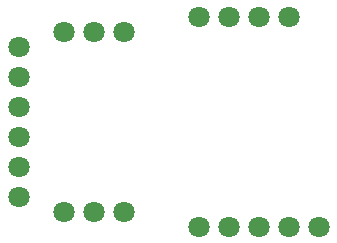
<source format=gbp>
%TF.GenerationSoftware,KiCad,Pcbnew,4.0.6*%
%TF.CreationDate,2017-10-08T18:55:19-04:00*%
%TF.ProjectId,USB-UART,5553422D554152542E6B696361645F70,rev?*%
%TF.FileFunction,Paste,Bot*%
%FSLAX46Y46*%
G04 Gerber Fmt 4.6, Leading zero omitted, Abs format (unit mm)*
G04 Created by KiCad (PCBNEW 4.0.6) date 10/08/17 18:55:19*
%MOMM*%
%LPD*%
G01*
G04 APERTURE LIST*
%ADD10C,0.127000*%
%ADD11C,1.799600*%
G04 APERTURE END LIST*
D10*
D11*
X139700000Y-101600000D03*
X139700000Y-104140000D03*
X139700000Y-106680000D03*
X139700000Y-109220000D03*
X139700000Y-111760000D03*
X139700000Y-114300000D03*
X154940000Y-99060000D03*
X157480000Y-99060000D03*
X160020000Y-99060000D03*
X162560000Y-99060000D03*
X143510000Y-100330000D03*
X146050000Y-100330000D03*
X148590000Y-100330000D03*
X143510000Y-115570000D03*
X146050000Y-115570000D03*
X148590000Y-115570000D03*
X154940000Y-116840000D03*
X157480000Y-116840000D03*
X160020000Y-116840000D03*
X162560000Y-116840000D03*
X165100000Y-116840000D03*
M02*

</source>
